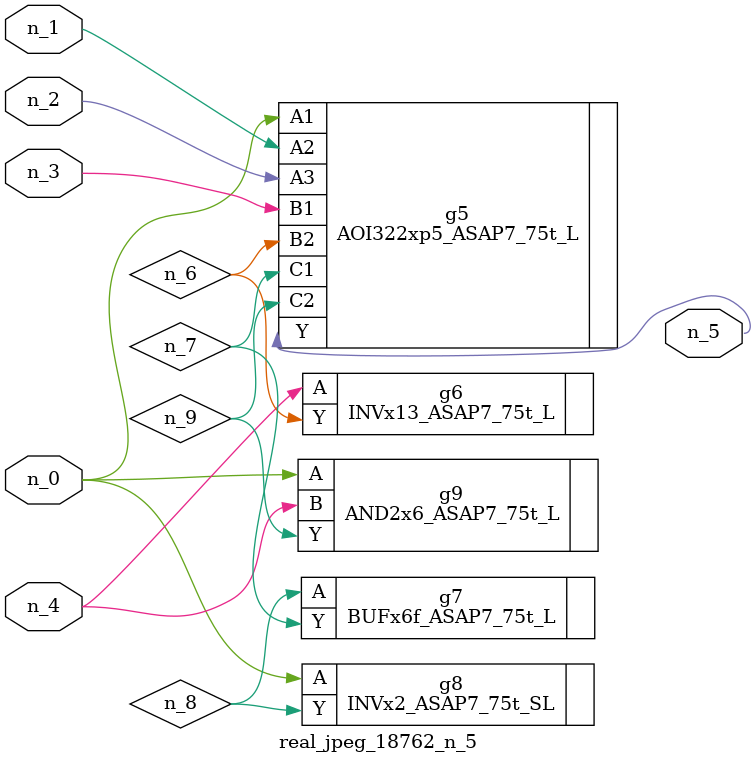
<source format=v>
module real_jpeg_18762_n_5 (n_4, n_0, n_1, n_2, n_3, n_5);

input n_4;
input n_0;
input n_1;
input n_2;
input n_3;

output n_5;

wire n_8;
wire n_6;
wire n_7;
wire n_9;

AOI322xp5_ASAP7_75t_L g5 ( 
.A1(n_0),
.A2(n_1),
.A3(n_2),
.B1(n_3),
.B2(n_6),
.C1(n_7),
.C2(n_9),
.Y(n_5)
);

INVx2_ASAP7_75t_SL g8 ( 
.A(n_0),
.Y(n_8)
);

AND2x6_ASAP7_75t_L g9 ( 
.A(n_0),
.B(n_4),
.Y(n_9)
);

INVx13_ASAP7_75t_L g6 ( 
.A(n_4),
.Y(n_6)
);

BUFx6f_ASAP7_75t_L g7 ( 
.A(n_8),
.Y(n_7)
);


endmodule
</source>
